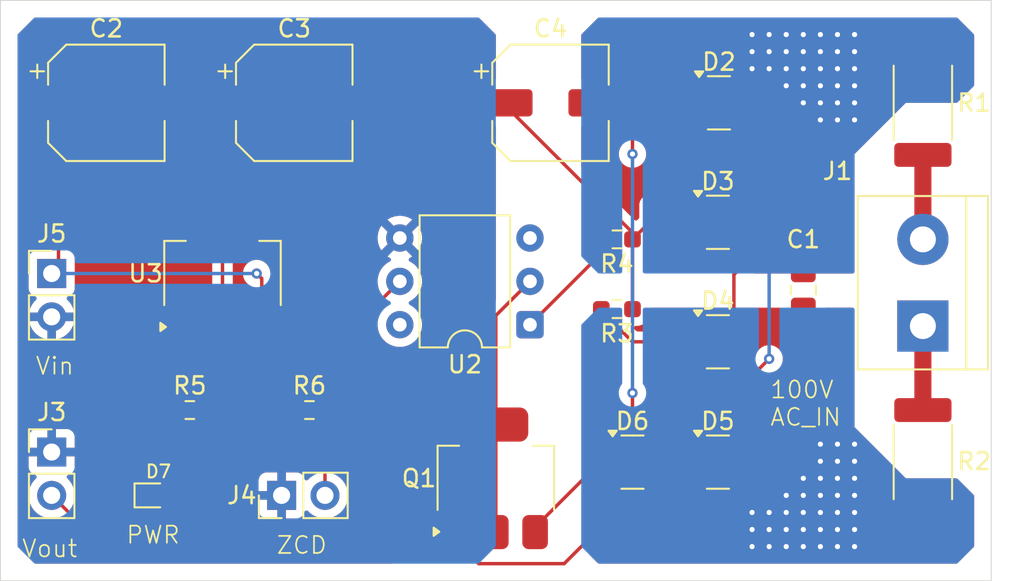
<source format=kicad_pcb>
(kicad_pcb (version 20241229) (generator "pcbnew") (generator_version "9.0")
  (layers (0 "F.Cu" signal) (2 "B.Cu" signal) (13 "F.Paste" user) (15 "B.Paste" user) (5 "F.SilkS" user "F.Silkscreen") (7 "B.SilkS" user "B.Silkscreen") (1 "F.Mask" user) (3 "B.Mask" user) (25 "Edge.Cuts" user))
  (net 0 "")
  (net 1 "Net-(D3-A)")
  (net 2 "Net-(D2-A)")
  (net 3 "Net-(J5-Pin_1)")
  (net 4 "GND")
  (net 5 "+3.3V")
  (net 6 "Net-(D6-A)")
  (net 7 "Net-(D2-K)")
  (net 10 "Net-(D4-A)")
  (net 14 "Net-(D7-K)")
  (net 15 "Net-(J1-Pin_2)")
  (net 16 "Net-(J1-Pin_1)")
  (net 17 "Net-(J4-Pin_2)")
  (net 18 "Net-(Q1-C-Pad2)")
  (net 19 "Net-(R4-Pad2)")
  (footprint "Package_TO_SOT_SMD:SOT-23" (layer "F.Cu") (at 152 100)
    (property "Reference" "D4" (at 0 -2.4 0) (layer "F.SilkS"))
    (property "Value" "BAS19")
    (fp_line (start 0 -1.56) (end -0.65 -1.56) (stroke (width 0.12)) (layer "F.SilkS"))
    (fp_line (start 0 -1.56) (end 0.65 -1.56) (stroke (width 0.12)) (layer "F.SilkS"))
    (fp_line (start 0 1.56) (end -0.65 1.56) (stroke (width 0.12)) (layer "F.SilkS"))
    (fp_line (start 0 1.56) (end 0.65 1.56) (stroke (width 0.12)) (layer "F.SilkS"))
    (fp_poly (pts (xy -1.1625 -1.51) (xy -1.4025 -1.84) (xy -0.9225 -1.84) (xy -1.1625 -1.51)) (stroke (width 0.12)) (fill yes) (layer "F.SilkS"))
    (pad "1" smd roundrect (at -0.9375 -0.95) (size 1.475 0.6) (layers "F.Cu" "F.Mask" "F.Paste") (net 10 "Net-(D4-A)"))
    (pad "2" smd roundrect (at -0.9375 0.95) (size 1.475 0.6) (layers "F.Cu" "F.Mask" "F.Paste"))
    (pad "3" smd roundrect (at 0.9375 0) (size 1.475 0.6) (layers "F.Cu" "F.Mask" "F.Paste") (net 1 "Net-(D3-A)"))
  )
  (footprint "Capacitor_SMD:CP_Elec_6.3x4.9" (layer "F.Cu") (at 116.2 86)
    (property "Reference" "C2" (at 0 -4.35 0) (layer "F.SilkS"))
    (property "Value" "10u")
    (fp_line (start -4.4375 -1.8475) (end -3.65 -1.8475) (stroke (width 0.12)) (layer "F.SilkS"))
    (fp_line (start -4.04375 -2.24125) (end -4.04375 -1.45375) (stroke (width 0.12)) (layer "F.SilkS"))
    (fp_line (start -3.41 -2.345563) (end -3.41 -1.06) (stroke (width 0.12)) (layer "F.SilkS"))
    (fp_line (start -3.41 -2.345563) (end -2.345563 -3.41) (stroke (width 0.12)) (layer "F.SilkS"))
    (fp_line (start -3.41 2.345563) (end -3.41 1.06) (stroke (width 0.12)) (layer "F.SilkS"))
    (fp_line (start -3.41 2.345563) (end -2.345563 3.41) (stroke (width 0.12)) (layer "F.SilkS"))
    (fp_line (start -2.345563 -3.41) (end 3.41 -3.41) (stroke (width 0.12)) (layer "F.SilkS"))
    (fp_line (start -2.345563 3.41) (end 3.41 3.41) (stroke (width 0.12)) (layer "F.SilkS"))
    (fp_line (start 3.41 -3.41) (end 3.41 -1.06) (stroke (width 0.12)) (layer "F.SilkS"))
    (fp_line (start 3.41 3.41) (end 3.41 1.06) (stroke (width 0.12)) (layer "F.SilkS"))
    (pad "1" smd roundrect (at -2.8 0) (size 3.5 1.6) (layers "F.Cu" "F.Mask" "F.Paste") (roundrect_rratio 0.15625) (net 3 "Net-(J5-Pin_1)"))
    (pad "2" smd roundrect (at 2.8 0) (size 3.5 1.6) (layers "F.Cu" "F.Mask" "F.Paste") (roundrect_rratio 0.15625) (net 4 "GND"))
  )
  (footprint "Package_TO_SOT_SMD:SOT-223" (layer "F.Cu") (at 139 108 90)
    (property "Reference" "Q1" (at 0 -4.5 0) (layer "F.SilkS"))
    (property "Value" "PZT3904")
    (fp_line (start 1.91 -3.41) (end 1.91 -2.15) (stroke (width 0.12)) (layer "F.SilkS"))
    (fp_line (start -1.85 -3.41) (end 1.91 -3.41) (stroke (width 0.12)) (layer "F.SilkS"))
    (fp_line (start 1.91 3.41) (end 1.91 2.15) (stroke (width 0.12)) (layer "F.SilkS"))
    (fp_line (start -1.85 3.41) (end 1.91 3.41) (stroke (width 0.12)) (layer "F.SilkS"))
    (fp_poly (pts (xy -3.13 -3.31) (xy -3.37 -3.64) (xy -2.89 -3.64) (xy -3.13 -3.31)) (stroke (width 0.12)) (fill yes) (layer "F.SilkS"))
    (pad "1" smd roundrect (at -3.15 -2.3 90) (size 2 1.5) (layers "F.Cu" "F.Mask" "F.Paste") (net 10 "Net-(D4-A)"))
    (pad "2" smd roundrect (at -3.15 0 90) (size 2 1.5) (layers "F.Cu" "F.Mask" "F.Paste") (net 18 "Net-(Q1-C-Pad2)"))
    (pad "3" smd roundrect (at -3.15 2.3 90) (size 2 1.5) (layers "F.Cu" "F.Mask" "F.Paste") (net 6 "Net-(D6-A)"))
    (pad "4" smd roundrect (at 3.15 0 90) (size 2 3.8) (layers "F.Cu" "F.Mask" "F.Paste") (net 18 "Net-(Q1-C-Pad2)"))
  )
  (footprint "Resistor_SMD:R_0603_1608Metric_Pad0.98x0.95mm_HandSolder" (layer "F.Cu") (at 128.0875 104)
    (property "Reference" "R6" (at 0 -1.43 0) (layer "F.SilkS"))
    (property "Value" "3.3K")
    (fp_line (start -0.254724 -0.5225) (end 0.254724 -0.5225) (stroke (width 0.12)) (layer "F.SilkS"))
    (fp_line (start -0.254724 0.5225) (end 0.254724 0.5225) (stroke (width 0.12)) (layer "F.SilkS"))
    (pad "1" smd roundrect (at -0.9125 0) (size 0.975 0.95) (layers "F.Cu" "F.Mask" "F.Paste") (net 5 "+3.3V"))
    (pad "2" smd roundrect (at 0.9125 0) (size 0.975 0.95) (layers "F.Cu" "F.Mask" "F.Paste") (net 17 "Net-(J4-Pin_2)"))
  )
  (footprint "Resistor_SMD:R_0603_1608Metric_Pad0.98x0.95mm_HandSolder" (layer "F.Cu") (at 146.0875 98.0875 180)
    (property "Reference" "R3" (at 0 -1.43 0) (layer "F.SilkS"))
    (property "Value" "47K")
    (fp_line (start -0.254724 0.5225) (end 0.254724 0.5225) (stroke (width 0.12)) (layer "F.SilkS"))
    (fp_line (start -0.254724 -0.5225) (end 0.254724 -0.5225) (stroke (width 0.12)) (layer "F.SilkS"))
    (pad "1" smd roundrect (at -0.9125 0 180) (size 0.975 0.95) (layers "F.Cu" "F.Mask" "F.Paste") (net 7 "Net-(D2-K)"))
    (pad "2" smd roundrect (at 0.9125 0 180) (size 0.975 0.95) (layers "F.Cu" "F.Mask" "F.Paste") (net 10 "Net-(D4-A)"))
  )
  (footprint "Package_TO_SOT_SMD:SOT-23" (layer "F.Cu") (at 152 107.05)
    (property "Reference" "D5" (at 0 -2.4 0) (layer "F.SilkS"))
    (property "Value" "BAS19")
    (fp_line (start 0 -1.56) (end -0.65 -1.56) (stroke (width 0.12)) (layer "F.SilkS"))
    (fp_line (start 0 -1.56) (end 0.65 -1.56) (stroke (width 0.12)) (layer "F.SilkS"))
    (fp_line (start 0 1.56) (end -0.65 1.56) (stroke (width 0.12)) (layer "F.SilkS"))
    (fp_line (start 0 1.56) (end 0.65 1.56) (stroke (width 0.12)) (layer "F.SilkS"))
    (fp_poly (pts (xy -1.1625 -1.51) (xy -1.4025 -1.84) (xy -0.9225 -1.84) (xy -1.1625 -1.51)) (stroke (width 0.12)) (fill yes) (layer "F.SilkS"))
    (pad "1" smd roundrect (at -0.9375 -0.95) (size 1.475 0.6) (layers "F.Cu" "F.Mask" "F.Paste") (net 10 "Net-(D4-A)"))
    (pad "2" smd roundrect (at -0.9375 0.95) (size 1.475 0.6) (layers "F.Cu" "F.Mask" "F.Paste"))
    (pad "3" smd roundrect (at 0.9375 0) (size 1.475 0.6) (layers "F.Cu" "F.Mask" "F.Paste") (net 2 "Net-(D2-A)"))
  )
  (footprint "Resistor_SMD:R_0603_1608Metric_Pad0.98x0.95mm_HandSolder" (layer "F.Cu") (at 121.0875 104)
    (property "Reference" "R5" (at 0 -1.43 0) (layer "F.SilkS"))
    (property "Value" "180")
    (fp_line (start -0.254724 -0.5225) (end 0.254724 -0.5225) (stroke (width 0.12)) (layer "F.SilkS"))
    (fp_line (start -0.254724 0.5225) (end 0.254724 0.5225) (stroke (width 0.12)) (layer "F.SilkS"))
    (pad "1" smd roundrect (at -0.9125 0) (size 0.975 0.95) (layers "F.Cu" "F.Mask" "F.Paste") (net 4 "GND"))
    (pad "2" smd roundrect (at 0.9125 0) (size 0.975 0.95) (layers "F.Cu" "F.Mask" "F.Paste") (net 14 "Net-(D7-K)"))
  )
  (footprint "Connector_PinHeader_2.54mm:PinHeader_1x02_P2.54mm_Vertical" (layer "F.Cu") (at 113 96)
    (property "Reference" "J5" (at 0 -2.33 0) (layer "F.SilkS"))
    (property "Value" "Vin")
    (fp_line (start -1.33 -1.33) (end 0 -1.33) (stroke (width 0.12)) (layer "F.SilkS"))
    (fp_line (start -1.33 0) (end -1.33 -1.33) (stroke (width 0.12)) (layer "F.SilkS"))
    (fp_line (start -1.33 1.27) (end -1.33 3.87) (stroke (width 0.12)) (layer "F.SilkS"))
    (fp_line (start -1.33 1.27) (end 1.33 1.27) (stroke (width 0.12)) (layer "F.SilkS"))
    (fp_line (start -1.33 3.87) (end 1.33 3.87) (stroke (width 0.12)) (layer "F.SilkS"))
    (fp_line (start 1.33 1.27) (end 1.33 3.87) (stroke (width 0.12)) (layer "F.SilkS"))
    (pad "1" thru_hole rect (at 0 0) (size 1.7 1.7) (drill 1) (layers "*.Cu" "*.Mask") (net 3 "Net-(J5-Pin_1)"))
    (pad "2" thru_hole oval (at 0 2.54) (size 1.7 1.7) (drill 1) (layers "*.Cu" "*.Mask") (net 4 "GND"))
  )
  (footprint "Package_DIP:DIP-6_W7.62mm" (layer "F.Cu") (at 141 99 180)
    (property "Reference" "U2" (at 3.81 -2.33 0) (layer "F.SilkS"))
    (property "Value" "4N35")
    (fp_line (start 6.46 6.41) (end 6.46 -1.33) (stroke (width 0.12)) (layer "F.SilkS"))
    (fp_line (start 6.46 -1.33) (end 4.81 -1.33) (stroke (width 0.12)) (layer "F.SilkS"))
    (fp_line (start 2.81 -1.33) (end 1.16 -1.33) (stroke (width 0.12)) (layer "F.SilkS"))
    (fp_line (start 1.16 6.41) (end 6.46 6.41) (stroke (width 0.12)) (layer "F.SilkS"))
    (fp_line (start 1.16 -1.33) (end 1.16 6.41) (stroke (width 0.12)) (layer "F.SilkS"))
    (fp_arc (start 4.81 -1.33) (mid 3.81 -0.33) (end 2.81 -1.33) (stroke (width 0.12)) (layer "F.SilkS"))
    (pad "1" thru_hole roundrect (at 0 0 180) (size 1.6 1.6) (drill 0.8) (layers "*.Cu" "*.Mask") (roundrect_rratio 0.15625) (net 19 "Net-(R4-Pad2)"))
    (pad "2" thru_hole circle (at 0 2.54 180) (size 1.6 1.6) (drill 0.8) (layers "*.Cu" "*.Mask") (net 18 "Net-(Q1-C-Pad2)"))
    (pad "3" thru_hole circle (at 0 5.08 180) (size 1.6 1.6) (drill 0.8) (layers "*.Cu" "*.Mask"))
    (pad "4" thru_hole circle (at 7.62 5.08 180) (size 1.6 1.6) (drill 0.8) (layers "*.Cu" "*.Mask") (net 4 "GND"))
    (pad "5" thru_hole circle (at 7.62 2.54 180) (size 1.6 1.6) (drill 0.8) (layers "*.Cu" "*.Mask") (net 17 "Net-(J4-Pin_2)"))
    (pad "6" thru_hole circle (at 7.62 0 180) (size 1.6 1.6) (drill 0.8) (layers "*.Cu" "*.Mask"))
  )
  (footprint "Resistor_SMD:R_2512_6332Metric_Pad1.40x3.35mm_HandSolder" (layer "F.Cu") (at 164 107.05 -90)
    (property "Reference" "R2" (at -0.05 -3 0) (layer "F.SilkS"))
    (property "Value" "100K 1W")
    (fp_line (start -2.177064 1.71) (end 2.177064 1.71) (stroke (width 0.12)) (layer "F.SilkS"))
    (fp_line (start -2.177064 -1.71) (end 2.177064 -1.71) (stroke (width 0.12)) (layer "F.SilkS"))
    (pad "1" smd roundrect (at -3.05 0 270) (size 1.4 3.35) (layers "F.Cu" "F.Mask" "F.Paste") (roundrect_rratio 0.178571) (net 16 "Net-(J1-Pin_1)"))
    (pad "2" smd roundrect (at 3.05 0 270) (size 1.4 3.35) (layers "F.Cu" "F.Mask" "F.Paste") (roundrect_rratio 0.178571) (net 1 "Net-(D3-A)"))
  )
  (footprint "Connector_PinHeader_2.54mm:PinHeader_1x02_P2.54mm_Vertical" (layer "F.Cu") (at 113 106.46)
    (property "Reference" "J3" (at 0 -2.33 0) (layer "F.SilkS"))
    (property "Value" "3.3V")
    (fp_line (start -1.33 -1.33) (end 0 -1.33) (stroke (width 0.12)) (layer "F.SilkS"))
    (fp_line (start -1.33 0) (end -1.33 -1.33) (stroke (width 0.12)) (layer "F.SilkS"))
    (fp_line (start -1.33 1.27) (end -1.33 3.87) (stroke (width 0.12)) (layer "F.SilkS"))
    (fp_line (start -1.33 1.27) (end 1.33 1.27) (stroke (width 0.12)) (layer "F.SilkS"))
    (fp_line (start -1.33 3.87) (end 1.33 3.87) (stroke (width 0.12)) (layer "F.SilkS"))
    (fp_line (start 1.33 1.27) (end 1.33 3.87) (stroke (width 0.12)) (layer "F.SilkS"))
    (pad "1" thru_hole rect (at 0 0) (size 1.7 1.7) (drill 1) (layers "*.Cu" "*.Mask") (net 4 "GND"))
    (pad "2" thru_hole oval (at 0 2.54) (size 1.7 1.7) (drill 1) (layers "*.Cu" "*.Mask") (net 5 "+3.3V"))
  )
  (footprint "Capacitor_SMD:C_0805_2012Metric_Pad1.18x1.45mm_HandSolder" (layer "F.Cu") (at 157 96.9625 -90)
    (property "Reference" "C1" (at -2.9625 0 180) (layer "F.SilkS"))
    (property "Value" "1n")
    (fp_line (start -0.261252 0.735) (end 0.261252 0.735) (stroke (width 0.12)) (layer "F.SilkS"))
    (fp_line (start -0.261252 -0.735) (end 0.261252 -0.735) (stroke (width 0.12)) (layer "F.SilkS"))
    (pad "1" smd roundrect (at -1.0375 0 270) (size 1.175 1.45) (layers "F.Cu" "F.Mask" "F.Paste") (roundrect_rratio 0.212766) (net 2 "Net-(D2-A)"))
    (pad "2" smd roundrect (at 1.0375 0 270) (size 1.175 1.45) (layers "F.Cu" "F.Mask" "F.Paste") (roundrect_rratio 0.212766) (net 1 "Net-(D3-A)"))
  )
  (footprint "Resistor_SMD:R_0603_1608Metric_Pad0.98x0.95mm_HandSolder" (layer "F.Cu") (at 146.0875 94 180)
    (property "Reference" "R4" (at 0 -1.43 0) (layer "F.SilkS"))
    (property "Value" "1K")
    (fp_line (start -0.254724 0.5225) (end 0.254724 0.5225) (stroke (width 0.12)) (layer "F.SilkS"))
    (fp_line (start -0.254724 -0.5225) (end 0.254724 -0.5225) (stroke (width 0.12)) (layer "F.SilkS"))
    (pad "1" smd roundrect (at -0.9125 0 180) (size 0.975 0.95) (layers "F.Cu" "F.Mask" "F.Paste") (net 7 "Net-(D2-K)"))
    (pad "2" smd roundrect (at 0.9125 0 180) (size 0.975 0.95) (layers "F.Cu" "F.Mask" "F.Paste") (net 19 "Net-(R4-Pad2)"))
  )
  (footprint "Capacitor_SMD:CP_Elec_6.3x4.9" (layer "F.Cu") (at 127.2 86)
    (property "Reference" "C3" (at 0 -4.35 0) (layer "F.SilkS"))
    (property "Value" "10u")
    (fp_line (start -4.4375 -1.8475) (end -3.65 -1.8475) (stroke (width 0.12)) (layer "F.SilkS"))
    (fp_line (start -4.04375 -2.24125) (end -4.04375 -1.45375) (stroke (width 0.12)) (layer "F.SilkS"))
    (fp_line (start -3.41 -2.345563) (end -3.41 -1.06) (stroke (width 0.12)) (layer "F.SilkS"))
    (fp_line (start -3.41 -2.345563) (end -2.345563 -3.41) (stroke (width 0.12)) (layer "F.SilkS"))
    (fp_line (start -3.41 2.345563) (end -3.41 1.06) (stroke (width 0.12)) (layer "F.SilkS"))
    (fp_line (start -3.41 2.345563) (end -2.345563 3.41) (stroke (width 0.12)) (layer "F.SilkS"))
    (fp_line (start -2.345563 -3.41) (end 3.41 -3.41) (stroke (width 0.12)) (layer "F.SilkS"))
    (fp_line (start -2.345563 3.41) (end 3.41 3.41) (stroke (width 0.12)) (layer "F.SilkS"))
    (fp_line (start 3.41 -3.41) (end 3.41 -1.06) (stroke (width 0.12)) (layer "F.SilkS"))
    (fp_line (start 3.41 3.41) (end 3.41 1.06) (stroke (width 0.12)) (layer "F.SilkS"))
    (pad "1" smd roundrect (at -2.8 0) (size 3.5 1.6) (layers "F.Cu" "F.Mask" "F.Paste") (roundrect_rratio 0.15625) (net 5 "+3.3V"))
    (pad "2" smd roundrect (at 2.8 0) (size 3.5 1.6) (layers "F.Cu" "F.Mask" "F.Paste") (roundrect_rratio 0.15625) (net 4 "GND"))
  )
  (footprint "Connector_PinHeader_2.54mm:PinHeader_1x02_P2.54mm_Vertical" (layer "F.Cu") (at 126.46 109 90)
    (property "Reference" "J4" (at 0 -2.33 180) (layer "F.SilkS"))
    (property "Value" "ZC_DS")
    (fp_line (start -1.33 -1.33) (end 0 -1.33) (stroke (width 0.12)) (layer "F.SilkS"))
    (fp_line (start -1.33 0) (end -1.33 -1.33) (stroke (width 0.12)) (layer "F.SilkS"))
    (fp_line (start 1.33 1.27) (end 1.33 3.87) (stroke (width 0.12)) (layer "F.SilkS"))
    (fp_line (start -1.33 1.27) (end 1.33 1.27) (stroke (width 0.12)) (layer "F.SilkS"))
    (fp_line (start -1.33 1.27) (end -1.33 3.87) (stroke (width 0.12)) (layer "F.SilkS"))
    (fp_line (start -1.33 3.87) (end 1.33 3.87) (stroke (width 0.12)) (layer "F.SilkS"))
    (pad "1" thru_hole rect (at 0 0 90) (size 1.7 1.7) (drill 1) (layers "*.Cu" "*.Mask") (net 4 "GND"))
    (pad "2" thru_hole oval (at 0 2.54 90) (size 1.7 1.7) (drill 1) (layers "*.Cu" "*.Mask") (net 17 "Net-(J4-Pin_2)"))
  )
  (footprint "Package_TO_SOT_SMD:SOT-23" (layer "F.Cu") (at 152.0625 86)
    (property "Reference" "D2" (at 0 -2.4 0) (layer "F.SilkS"))
    (property "Value" "BAS19")
    (fp_line (start 0 -1.56) (end -0.65 -1.56) (stroke (width 0.12)) (layer "F.SilkS"))
    (fp_line (start 0 -1.56) (end 0.65 -1.56) (stroke (width 0.12)) (layer "F.SilkS"))
    (fp_line (start 0 1.56) (end -0.65 1.56) (stroke (width 0.12)) (layer "F.SilkS"))
    (fp_line (start 0 1.56) (end 0.65 1.56) (stroke (width 0.12)) (layer "F.SilkS"))
    (fp_poly (pts (xy -1.1625 -1.51) (xy -1.4025 -1.84) (xy -0.9225 -1.84) (xy -1.1625 -1.51)) (stroke (width 0.12)) (fill yes) (layer "F.SilkS"))
    (pad "1" smd roundrect (at -0.9375 -0.95) (size 1.475 0.6) (layers "F.Cu" "F.Mask" "F.Paste") (net 2 "Net-(D2-A)"))
    (pad "2" smd roundrect (at -0.9375 0.95) (size 1.475 0.6) (layers "F.Cu" "F.Mask" "F.Paste"))
    (pad "3" smd roundrect (at 0.9375 0) (size 1.475 0.6) (layers "F.Cu" "F.Mask" "F.Paste") (net 7 "Net-(D2-K)"))
  )
  (footprint "Resistor_SMD:R_2512_6332Metric_Pad1.40x3.35mm_HandSolder" (layer "F.Cu") (at 164 86 90)
    (property "Reference" "R1" (at 0 3 180) (layer "F.SilkS"))
    (property "Value" "100K 1W" (hide yes))
    (fp_line (start -2.177064 -1.71) (end 2.177064 -1.71) (stroke (width 0.12)) (layer "F.SilkS"))
    (fp_line (start -2.177064 1.71) (end 2.177064 1.71) (stroke (width 0.12)) (layer "F.SilkS"))
    (pad "1" smd roundrect (at -3.05 0 90) (size 1.4 3.35) (layers "F.Cu" "F.Mask" "F.Paste") (roundrect_rratio 0.178571) (net 15 "Net-(J1-Pin_2)"))
    (pad "2" smd roundrect (at 3.05 0 90) (size 1.4 3.35) (layers "F.Cu" "F.Mask" "F.Paste") (roundrect_rratio 0.178571) (net 2 "Net-(D2-A)"))
  )
  (footprint "Package_TO_SOT_SMD:SOT-23" (layer "F.Cu") (at 152 93)
    (property "Reference" "D3" (at 0 -2.4 0) (layer "F.SilkS"))
    (property "Value" "BAS19")
    (fp_line (start 0 -1.56) (end -0.65 -1.56) (stroke (width 0.12)) (layer "F.SilkS"))
    (fp_line (start 0 -1.56) (end 0.65 -1.56) (stroke (width 0.12)) (layer "F.SilkS"))
    (fp_line (start 0 1.56) (end -0.65 1.56) (stroke (width 0.12)) (layer "F.SilkS"))
    (fp_line (start 0 1.56) (end 0.65 1.56) (stroke (width 0.12)) (layer "F.SilkS"))
    (fp_poly (pts (xy -1.1625 -1.51) (xy -1.4025 -1.84) (xy -0.9225 -1.84) (xy -1.1625 -1.51)) (stroke (width 0.12)) (fill yes) (layer "F.SilkS"))
    (pad "1" smd roundrect (at -0.9375 -0.95) (size 1.475 0.6) (layers "F.Cu" "F.Mask" "F.Paste") (net 1 "Net-(D3-A)"))
    (pad "2" smd roundrect (at -0.9375 0.95) (size 1.475 0.6) (layers "F.Cu" "F.Mask" "F.Paste"))
    (pad "3" smd roundrect (at 0.9375 0) (size 1.475 0.6) (layers "F.Cu" "F.Mask" "F.Paste") (net 7 "Net-(D2-K)"))
  )
  (footprint "TerminalBlock:TerminalBlock_bornier-2_P5.08mm" (layer "F.Cu") (at 164 99.08 90)
    (property "Reference" "J1" (at 9.08 -5 180) (layer "F.SilkS"))
    (property "Value" "AC_Input")
    (fp_line (start 7.62 -3.81) (end -2.54 -3.81) (stroke (width 0.12)) (layer "F.SilkS"))
    (fp_line (start -2.54 -3.81) (end -2.54 3.81) (stroke (width 0.12)) (layer "F.SilkS"))
    (fp_line (start 7.62 2.54) (end -2.54 2.54) (stroke (width 0.12)) (layer "F.SilkS"))
    (fp_line (start 7.62 3.81) (end 7.62 -3.81) (stroke (width 0.12)) (layer "F.SilkS"))
    (fp_line (start -2.54 3.81) (end 7.62 3.81) (stroke (width 0.12)) (layer "F.SilkS"))
    (pad "1" thru_hole rect (at 0 0 90) (size 3 3) (drill 1.52) (layers "*.Cu" "*.Mask") (net 16 "Net-(J1-Pin_1)"))
    (pad "2" thru_hole circle (at 5.08 0 90) (size 3 3) (drill 1.52) (layers "*.Cu" "*.Mask") (net 15 "Net-(J1-Pin_2)"))
  )
  (footprint "Package_TO_SOT_SMD:SOT-23" (layer "F.Cu") (at 147 107.05)
    (property "Reference" "D6" (at 0 -2.4 0) (layer "F.SilkS"))
    (property "Value" "BAS19")
    (fp_line (start 0 -1.56) (end -0.65 -1.56) (stroke (width 0.12)) (layer "F.SilkS"))
    (fp_line (start 0 -1.56) (end 0.65 -1.56) (stroke (width 0.12)) (layer "F.SilkS"))
    (fp_line (start 0 1.56) (end -0.65 1.56) (stroke (width 0.12)) (layer "F.SilkS"))
    (fp_line (start 0 1.56) (end 0.65 1.56) (stroke (width 0.12)) (layer "F.SilkS"))
    (fp_poly (pts (xy -1.1625 -1.51) (xy -1.4025 -1.84) (xy -0.9225 -1.84) (xy -1.1625 -1.51)) (stroke (width 0.12)) (fill yes) (layer "F.SilkS"))
    (pad "1" smd roundrect (at -0.9375 -0.95) (size 1.475 0.6) (layers "F.Cu" "F.Mask" "F.Paste") (net 6 "Net-(D6-A)"))
    (pad "2" smd roundrect (at -0.9375 0.95) (size 1.475 0.6) (layers "F.Cu" "F.Mask" "F.Paste"))
    (pad "3" smd roundrect (at 0.9375 0) (size 1.475 0.6) (layers "F.Cu" "F.Mask" "F.Paste") (net 10 "Net-(D4-A)"))
  )
  (footprint "Package_TO_SOT_SMD:SOT-223-3_TabPin2" (layer "F.Cu") (at 123 96 90)
    (property "Reference" "U3" (at 0 -4.5 180) (layer "F.SilkS"))
    (property "Value" "NCP1117-3.3_SOT223")
    (fp_line (start 1.91 -3.41) (end 1.91 -2.15) (stroke (width 0.12)) (layer "F.SilkS"))
    (fp_line (start -1.85 -3.41) (end 1.91 -3.41) (stroke (width 0.12)) (layer "F.SilkS"))
    (fp_line (start 1.91 3.41) (end 1.91 2.15) (stroke (width 0.12)) (layer "F.SilkS"))
    (fp_line (start -1.85 3.41) (end 1.91 3.41) (stroke (width 0.12)) (layer "F.SilkS"))
    (fp_poly (pts (xy -3.13 -3.31) (xy -3.37 -3.64) (xy -2.89 -3.64) (xy -3.13 -3.31)) (stroke (width 0.12)) (fill yes) (layer "F.SilkS"))
    (pad "1" smd roundrect (at -3.15 -2.3 90) (size 2 1.5) (layers "F.Cu" "F.Mask" "F.Paste") (net 4 "GND"))
    (pad "2" smd roundrect (at -3.15 0 90) (size 2 1.5) (layers "F.Cu" "F.Mask" "F.Paste") (net 5 "+3.3V"))
    (pad "2" smd roundrect (at 3.15 0 90) (size 2 3.8) (layers "F.Cu" "F.Mask" "F.Paste") (net 5 "+3.3V"))
    (pad "3" smd roundrect (at -3.15 2.3 90) (size 2 1.5) (layers "F.Cu" "F.Mask" "F.Paste") (net 3 "Net-(J5-Pin_1)"))
  )
  (footprint "Capacitor_SMD:CP_Elec_6.3x4.9" (layer "F.Cu") (at 142.2 86)
    (property "Reference" "C4" (at 0 -4.35 0) (layer "F.SilkS"))
    (property "Value" "10u")
    (fp_line (start -4.4375 -1.8475) (end -3.65 -1.8475) (stroke (width 0.12)) (layer "F.SilkS"))
    (fp_line (start -4.04375 -2.24125) (end -4.04375 -1.45375) (stroke (width 0.12)) (layer "F.SilkS"))
    (fp_line (start -3.41 -2.345563) (end -3.41 -1.06) (stroke (width 0.12)) (layer "F.SilkS"))
    (fp_line (start -3.41 -2.345563) (end -2.345563 -3.41) (stroke (width 0.12)) (layer "F.SilkS"))
    (fp_line (start -3.41 2.345563) (end -3.41 1.06) (stroke (width 0.12)) (layer "F.SilkS"))
    (fp_line (start -3.41 2.345563) (end -2.345563 3.41) (stroke (width 0.12)) (layer "F.SilkS"))
    (fp_line (start -2.345563 -3.41) (end 3.41 -3.41) (stroke (width 0.12)) (layer "F.SilkS"))
    (fp_line (start -2.345563 3.41) (end 3.41 3.41) (stroke (width 0.12)) (layer "F.SilkS"))
    (fp_line (start 3.41 -3.41) (end 3.41 -1.06) (stroke (width 0.12)) (layer "F.SilkS"))
    (fp_line (start 3.41 3.41) (end 3.41 1.06) (stroke (width 0.12)) (layer "F.SilkS"))
    (pad "1" smd roundrect (at -2.8 0) (size 3.5 1.6) (layers "F.Cu" "F.Mask" "F.Paste") (roundrect_rratio 0.15625) (net 7 "Net-(D2-K)"))
    (pad "2" smd roundrect (at 2.8 0) (size 3.5 1.6) (layers "F.Cu" "F.Mask" "F.Paste") (roundrect_rratio 0.15625) (net 6 "Net-(D6-A)"))
  )
  (footprint "Library:LTST-C190GKT" (layer "F.Cu") (at 119.25 109)
    (property "Reference" "D7" (at 0 -1.4 0) (layer "F.SilkS") (effects (font (size 0.75 0.75) (thickness 0.125))))
    (property "Value" "LED")
    (fp_line (start -1.4 -0.7) (end -1.4 0.7) (stroke (width 0.12)) (layer "F.SilkS"))
    (fp_line (start -1.4 0.7) (end 0.1 0.7) (stroke (width 0.12)) (layer "F.SilkS"))
    (fp_line (start 0.1 -0.7) (end -1.4 -0.7) (stroke (width 0.12)) (layer "F.SilkS"))
    (pad "1" smd rect (at -0.75 0) (size 0.8 0.8) (layers "F.Cu" "F.Mask" "F.Paste") (net 14 "Net-(D7-K)"))
    (pad "2" smd rect (at 0.75 0) (size 0.8 0.8) (layers "F.Cu" "F.Mask" "F.Paste") (net 5 "+3.3V"))
  )
  (gr_rect (start 110 80) (end 168 114) (stroke (width 0.05)) (fill no) (layer "Edge.Cuts"))
  (gr_text "100V\nAC_IN" (at 155 105 0) (layer "F.SilkS") (effects (font (size 1 1) (thickness 0.1)) (justify left bottom)))
  (gr_text "Vout" (at 111.2 112.7 0) (layer "F.SilkS") (effects (font (size 1 1) (thickness 0.1)) (justify left bottom)))
  (gr_text "ZCD" (at 126.1 112.5 0) (layer "F.SilkS") (effects (font (size 1 1) (thickness 0.1)) (justify left bottom)))
  (gr_text "Vin" (at 112 102 0) (layer "F.SilkS") (effects (font (size 1 1) (thickness 0.1)) (justify left bottom)))
  (gr_text "PWR" (at 117.3 111.9 0) (layer "F.SilkS") (effects (font (size 1 1) (thickness 0.1)) (justify left bottom)))
  (segment (start 152.9375 96.0625) (end 155 94) (width 0.2) (layer "F.Cu") (net 1))
  (segment (start 154 91) (end 152.1125 91) (width 0.2) (layer "F.Cu") (net 1))
  (segment (start 152.9375 100) (end 152.9375 96.0625) (width 0.2) (layer "F.Cu") (net 1))
  (segment (start 155 94) (end 155 92) (width 0.2) (layer "F.Cu") (net 1))
  (segment (start 152.1125 91) (end 151.0625 92.05) (width 0.2) (layer "F.Cu") (net 1))
  (segment (start 155 92) (end 154 91) (width 0.2) (layer "F.Cu") (net 1))
  (via (at 155 112) (size 0.6) (drill 0.3) (layers "F.Cu" "B.Cu") (net 1))
  (via (at 160 107) (size 0.6) (drill 0.3) (layers "F.Cu" "B.Cu") (net 1))
  (via (at 154 111) (size 0.6) (drill 0.3) (layers "F.Cu" "B.Cu") (net 1))
  (via (at 158 107) (size 0.6) (drill 0.3) (layers "F.Cu" "B.Cu") (net 1))
  (via (at 157 109) (size 0.6) (drill 0.3) (layers "F.Cu" "B.Cu") (net 1))
  (via (at 156 109) (size 0.6) (drill 0.3) (layers "F.Cu" "B.Cu") (net 1))
  (via (at 156 110) (size 0.6) (drill 0.3) (layers "F.Cu" "B.Cu") (net 1))
  (via (at 159 108) (size 0.6) (drill 0.3) (layers "F.Cu" "B.Cu") (net 1))
  (via (at 154 110) (size 0.6) (drill 0.3) (layers "F.Cu" "B.Cu") (net 1))
  (via (at 158 112) (size 0.6) (drill 0.3) (layers "F.Cu" "B.Cu") (net 1))
  (via (at 157 110) (size 0.6) (drill 0.3) (layers "F.Cu" "B.Cu") (net 1))
  (via (at 160 112) (size 0.6) (drill 0.3) (layers "F.Cu" "B.Cu") (net 1))
  (via (at 158 108) (size 0.6) (drill 0.3) (layers "F.Cu" "B.Cu") (net 1))
  (via (at 160 110) (size 0.6) (drill 0.3) (layers "F.Cu" "B.Cu") (net 1))
  (via (at 158 109) (size 0.6) (drill 0.3) (layers "F.Cu" "B.Cu") (net 1))
  (via (at 155 111) (size 0.6) (drill 0.3) (layers "F.Cu" "B.Cu") (net 1))
  (via (at 154 112) (size 0.6) (drill 0.3) (layers "F.Cu" "B.Cu") (net 1))
  (via (at 155 110) (size 0.6) (drill 0.3) (layers "F.Cu" "B.Cu") (net 1))
  (via (at 158 110) (size 0.6) (drill 0.3) (layers "F.Cu" "B.Cu") (net 1))
  (via (at 159 111) (size 0.6) (drill 0.3) (layers "F.Cu" "B.Cu") (net 1))
  (via (at 158 106) (size 0.6) (drill 0.3) (layers "F.Cu" "B.Cu") (net 1))
  (via (at 159 112) (size 0.6) (drill 0.3) (layers "F.Cu" "B.Cu") (net 1))
  (via (at 157 112) (size 0.6) (drill 0.3) (layers "F.Cu" "B.Cu") (net 1))
  (via (at 160 106) (size 0.6) (drill 0.3) (layers "F.Cu" "B.Cu") (net 1))
  (via (at 157 108) (size 0.6) (drill 0.3) (layers "F.Cu" "B.Cu") (net 1))
  (via (at 157 111) (size 0.6) (drill 0.3) (layers "F.Cu" "B.Cu") (net 1))
  (via (at 160 108) (size 0.6) (drill 0.3) (layers "F.Cu" "B.Cu") (net 1))
  (via (at 159 109) (size 0.6) (drill 0.3) (layers "F.Cu" "B.Cu") (net 1))
  (via (at 160 109) (size 0.6) (drill 0.3) (layers "F.Cu" "B.Cu") (net 1))
  (via (at 158 111) (size 0.6) (drill 0.3) (layers "F.Cu" "B.Cu") (net 1))
  (via (at 159 110) (size 0.6) (drill 0.3) (layers "F.Cu" "B.Cu") (net 1))
  (via (at 159 106) (size 0.6) (drill 0.3) (layers "F.Cu" "B.Cu") (net 1))
  (via (at 160 111) (size 0.6) (drill 0.3) (layers "F.Cu" "B.Cu") (net 1))
  (via (at 159 107) (size 0.6) (drill 0.3) (layers "F.Cu" "B.Cu") (net 1))
  (via (at 156 112) (size 0.6) (drill 0.3) (layers "F.Cu" "B.Cu") (net 1))
  (via (at 156 111) (size 0.6) (drill 0.3) (layers "F.Cu" "B.Cu") (net 1))
  (segment (start 153 106.9875) (end 152.9375 107.05) (width 0.2) (layer "F.Cu") (net 2))
  (segment (start 153 103) (end 153 106.9875) (width 0.2) (layer "F.Cu") (net 2))
  (segment (start 155 101) (end 153 103) (width 0.2) (layer "F.Cu") (net 2))
  (via (at 159 82) (size 0.6) (drill 0.3) (layers "F.Cu" "B.Cu") (net 2))
  (via (at 157 85) (size 0.6) (drill 0.3) (layers "F.Cu" "B.Cu") (net 2))
  (via (at 159 83) (size 0.6) (drill 0.3) (layers "F.Cu" "B.Cu") (net 2))
  (via (at 155 83) (size 0.6) (drill 0.3) (layers "F.Cu" "B.Cu") (net 2))
  (via (at 160 86) (size 0.6) (drill 0.3) (layers "F.Cu" "B.Cu") (net 2))
  (via (at 158 87) (size 0.6) (drill 0.3) (layers "F.Cu" "B.Cu") (net 2))
  (via (at 154 82) (size 0.6) (drill 0.3) (layers "F.Cu" "B.Cu") (net 2))
  (via (at 158 84) (size 0.6) (drill 0.3) (layers "F.Cu" "B.Cu") (net 2))
  (via (at 156 84) (size 0.6) (drill 0.3) (layers "F.Cu" "B.Cu") (net 2))
  (via (at 154 83) (size 0.6) (drill 0.3) (layers "F.Cu" "B.Cu") (net 2))
  (via (at 159 86) (size 0.6) (drill 0.3) (layers "F.Cu" "B.Cu") (net 2))
  (via (at 156 85) (size 0.6) (drill 0.3) (layers "F.Cu" "B.Cu") (net 2))
  (via (at 159 85) (size 0.6) (drill 0.3) (layers "F.Cu" "B.Cu") (net 2))
  (via (at 156 83) (size 0.6) (drill 0.3) (layers "F.Cu" "B.Cu") (net 2))
  (via (at 159 87) (size 0.6) (drill 0.3) (layers "F.Cu" "B.Cu") (net 2))
  (via (at 158 86) (size 0.6) (drill 0.3) (layers "F.Cu" "B.Cu") (net 2))
  (via (at 157 83) (size 0.6) (drill 0.3) (layers "F.Cu" "B.Cu") (net 2))
  (via (at 160 84) (size 0.6) (drill 0.3) (layers "F.Cu" "B.Cu") (net 2))
  (via (at 157 86) (size 0.6) (drill 0.3) (layers "F.Cu" "B.Cu") (net 2))
  (via (at 160 83) (size 0.6) (drill 0.3) (layers "F.Cu" "B.Cu") (net 2))
  (via (at 156 82) (size 0.6) (drill 0.3) (layers "F.Cu" "B.Cu") (net 2))
  (via (at 158 82) (size 0.6) (drill 0.3) (layers "F.Cu" "B.Cu") (net 2))
  (via (at 155 84) (size 0.6) (drill 0.3) (layers "F.Cu" "B.Cu") (net 2))
  (via (at 155 101) (size 0.6) (drill 0.3) (layers "F.Cu" "B.Cu") (net 2))
  (via (at 154 84) (size 0.6) (drill 0.3) (layers "F.Cu" "B.Cu") (net 2))
  (via (at 160 82) (size 0.6) (drill 0.3) (layers "F.Cu" "B.Cu") (net 2))
  (via (at 155 82) (size 0.6) (drill 0.3) (layers "F.Cu" "B.Cu") (net 2))
  (via (at 158 85) (size 0.6) (drill 0.3) (layers "F.Cu" "B.Cu") (net 2))
  (via (at 157 82) (size 0.6) (drill 0.3) (layers "F.Cu" "B.Cu") (net 2))
  (via (at 160 85) (size 0.6) (drill 0.3) (layers "F.Cu" "B.Cu") (net 2))
  (via (at 158 83) (size 0.6) (drill 0.3) (layers "F.Cu" "B.Cu") (net 2))
  (via (at 159 84) (size 0.6) (drill 0.3) (layers "F.Cu" "B.Cu") (net 2))
  (via (at 157 84) (size 0.6) (drill 0.3) (layers "F.Cu" "B.Cu") (net 2))
  (via (at 160 87) (size 0.6) (drill 0.3) (layers "F.Cu" "B.Cu") (net 2))
  (segment (start 155 101) (end 155 96) (width 0.2) (layer "B.Cu") (net 2))
  (segment (start 125 96) (end 125.3 96.3) (width 0.2) (layer "F.Cu") (net 3))
  (segment (start 113.4 95.6) (end 113 96) (width 0.2) (layer "F.Cu") (net 3))
  (segment (start 113.4 86) (end 113.4 95.6) (width 0.2) (layer "F.Cu") (net 3))
  (segment (start 125.3 96.3) (end 125.3 99.15) (width 0.2) (layer "F.Cu") (net 3))
  (via (at 125 96) (size 0.6) (drill 0.3) (layers "F.Cu" "B.Cu") (net 3))
  (segment (start 125 96) (end 113 96) (width 0.2) (layer "B.Cu") (net 3))
  (segment (start 127.175 104) (end 123 99.825) (width 0.2) (layer "F.Cu") (net 5))
  (segment (start 123 99.15) (end 123 92.85) (width 0.2) (layer "F.Cu") (net 5))
  (segment (start 119 111) (end 120 110) (width 0.2) (layer "F.Cu") (net 5))
  (segment (start 125.4 86) (end 124.4 86) (width 0.2) (layer "F.Cu") (net 5))
  (segment (start 123 99.825) (end 123 99.15) (width 0.2) (layer "F.Cu") (net 5))
  (segment (start 125 104) (end 127.175 104) (width 0.2) (layer "F.Cu") (net 5))
  (segment (start 123 89.958524) (end 123 92.85) (width 0.2) (layer "F.Cu") (net 5))
  (segment (start 124.4 86) (end 124.4 88.558524) (width 0.2) (layer "F.Cu") (net 5))
  (segment (start 115 111) (end 119 111) (width 0.2) (layer "F.Cu") (net 5))
  (segment (start 113 109) (end 115 111) (width 0.2) (layer "F.Cu") (net 5))
  (segment (start 120 109) (end 125 104) (width 0.2) (layer "F.Cu") (net 5))
  (segment (start 120 110) (end 120 109) (width 0.2) (layer "F.Cu") (net 5))
  (segment (start 124.4 88.558524) (end 123 89.958524) (width 0.2) (layer "F.Cu") (net 5))
  (segment (start 141.3 110.8625) (end 146.0625 106.1) (width 0.2) (layer "F.Cu") (net 6))
  (segment (start 146.0625 106.1) (end 147 105.1625) (width 0.2) (layer "F.Cu") (net 6))
  (segment (start 147 88) (end 147 89) (width 0.2) (layer "F.Cu") (net 6))
  (segment (start 147 105.1625) (end 147 103) (width 0.2) (layer "F.Cu") (net 6))
  (segment (start 145 86) (end 147 88) (width 0.2) (layer "F.Cu") (net 6))
  (segment (start 141.3 111.15) (end 141.3 110.8625) (width 0.2) (layer "F.Cu") (net 6))
  (via (at 147 89) (size 0.6) (drill 0.3) (layers "F.Cu" "B.Cu") (net 6))
  (via (at 147 103) (size 0.6) (drill 0.3) (layers "F.Cu" "B.Cu") (net 6))
  (segment (start 147 89) (end 147 103) (width 0.2) (layer "B.Cu") (net 6))
  (segment (start 153 87) (end 148 92) (width 0.2) (layer "F.Cu") (net 7))
  (segment (start 147 98.0875) (end 147 94) (width 0.2) (layer "F.Cu") (net 7))
  (segment (start 148 92) (end 148 93) (width 0.2) (layer "F.Cu") (net 7))
  (segment (start 148 93) (end 152.9375 93) (width 0.2) (layer "F.Cu") (net 7))
  (segment (start 153 86) (end 153 87) (width 0.2) (layer "F.Cu") (net 7))
  (segment (start 147 93.6) (end 147 94) (width 0.2) (layer "F.Cu") (net 7))
  (segment (start 147 94) (end 148 93) (width 0.2) (layer "F.Cu") (net 7))
  (segment (start 139.4 86) (end 147 93.6) (width 0.2) (layer "F.Cu") (net 7))
  (segment (start 138 113) (end 143 113) (width 0.2) (layer "F.Cu") (net 10))
  (segment (start 151.0625 99.05) (end 149.95 99.05) (width 0.2) (layer "F.Cu") (net 10))
  (segment (start 136.7 111.7) (end 138 113) (width 0.2) (layer "F.Cu") (net 10))
  (segment (start 148 106.9875) (end 148 106.1) (width 0.2) (layer "F.Cu") (net 10))
  (segment (start 136.7 111.15) (end 136.7 111.7) (width 0.2) (layer "F.Cu") (net 10))
  (segment (start 143 113) (end 147.9375 108.0625) (width 0.2) (layer "F.Cu") (net 10))
  (segment (start 147.9375 108.0625) (end 147.9375 107.05) (width 0.2) (layer "F.Cu") (net 10))
  (segment (start 145.175 98.175) (end 147 100) (width 0.2) (layer "F.Cu") (net 10))
  (segment (start 148 100) (end 148 106.9875) (width 0.2) (layer "F.Cu") (net 10))
  (segment (start 148 106.9875) (end 147.9375 107.05) (width 0.2) (layer "F.Cu") (net 10))
  (segment (start 149.95 99.05) (end 149 100) (width 0.2) (layer "F.Cu") (net 10))
  (segment (start 148 106.1) (end 151.0625 106.1) (width 0.2) (layer "F.Cu") (net 10))
  (segment (start 147.9375 107.05) (end 148.05 107.05) (width 0.2) (layer "F.Cu") (net 10))
  (segment (start 145.175 98.0875) (end 145.175 98.175) (width 0.2) (layer "F.Cu") (net 10))
  (segment (start 147 100) (end 149 100) (width 0.2) (layer "F.Cu") (net 10))
  (segment (start 122 105) (end 122 104) (width 0.2) (layer "F.Cu") (net 14))
  (segment (start 118.5 109) (end 118.5 108.5) (width 0.2) (layer "F.Cu") (net 14))
  (segment (start 118.5 108.5) (end 122 105) (width 0.2) (layer "F.Cu") (net 14))
  (segment (start 164 94) (end 164 89.05) (width 1) (layer "F.Cu") (net 15))
  (segment (start 164 99.08) (end 164 104) (width 1) (layer "F.Cu") (net 16))
  (segment (start 129 104) (end 129 109) (width 0.2) (layer "F.Cu") (net 17))
  (segment (start 129 104) (end 129 100.84) (width 0.2) (layer "F.Cu") (net 17))
  (segment (start 129 100.84) (end 133.38 96.46) (width 0.2) (layer "F.Cu") (net 17))
  (segment (start 141 96.46) (end 139 98.46) (width 0.2) (layer "F.Cu") (net 18))
  (segment (start 139 111.15) (end 139 104.85) (width 0.2) (layer "F.Cu") (net 18))
  (segment (start 139 98.46) (end 139 104.85) (width 0.2) (layer "F.Cu") (net 18))
  (segment (start 141 99) (end 145.175 94.825) (width 0.2) (layer "F.Cu") (net 19))
  (segment (start 145.175 94.825) (end 145.175 94) (width 0.2) (layer "F.Cu") (net 19))
  (zone (net 1) (net_name "Net-(D3-A)") (layer "F.Cu") (priority 2) (connect_pads (clearance 0.5)) (min_thickness 0.25) (fill yes (thermal_gap 0.5) (thermal_bridge_width 0.5))
    (polygon (pts (xy 167 112) (xy 166 113) (xy 145 113) (xy 144 112) (xy 144 98) (xy 160 98) (xy 160 105) (xy 163 108) (xy 166 108) (xy 167 109)))
  )
  (zone (net 4) (net_name "GND") (layer "F.Cu") (connect_pads (clearance 0.5)) (min_thickness 0.25) (fill yes (thermal_gap 0.5) (thermal_bridge_width 0.5))
    (polygon (pts (xy 111 82) (xy 112 81) (xy 138 81) (xy 139 82) (xy 139 102) (xy 134 106) (xy 134 112) (xy 133 113) (xy 112 113) (xy 111 112)))
  )
  (zone (net 2) (net_name "Net-(D2-A)") (layer "F.Cu") (priority 3) (connect_pads (clearance 0.5)) (min_thickness 0.25) (fill yes (thermal_gap 0.5) (thermal_bridge_width 0.5))
    (polygon (pts (xy 167 82) (xy 166 81) (xy 145 81) (xy 144 82) (xy 144 96) (xy 160 96) (xy 160 89) (xy 163 86) (xy 166 86) (xy 167 85)))
  )
  (zone (net 1) (net_name "Net-(D3-A)") (layer "B.Cu") (priority 5) (connect_pads (clearance 0.5)) (min_thickness 0.25) (fill yes (thermal_gap 0.5) (thermal_bridge_width 0.5))
    (polygon (pts (xy 145 113) (xy 144 112) (xy 144 99) (xy 145 98) (xy 160 98) (xy 160 105) (xy 163 108) (xy 166 108) (xy 167 109) (xy 167 112) (xy 166 113)))
  )
  (zone (net 2) (net_name "Net-(D2-A)") (layer "B.Cu") (priority 4) (connect_pads (clearance 0.5)) (min_thickness 0.25) (fill yes (thermal_gap 0.5) (thermal_bridge_width 0.5))
    (polygon (pts (xy 144 82) (xy 145 81) (xy 166 81) (xy 167 82) (xy 167 85) (xy 166 86) (xy 163 86) (xy 160 89) (xy 160 96) (xy 145 96) (xy 144 95)))
  )
  (zone (net 4) (net_name "GND") (layer "B.Cu") (priority 1) (connect_pads (clearance 0.5)) (min_thickness 0.25) (fill yes (thermal_gap 0.5) (thermal_bridge_width 0.5))
    (polygon (pts (xy 138 81) (xy 139 82) (xy 139 112) (xy 138 113) (xy 112 113) (xy 111 112) (xy 111 82) (xy 112 81)))
  )
)
</source>
